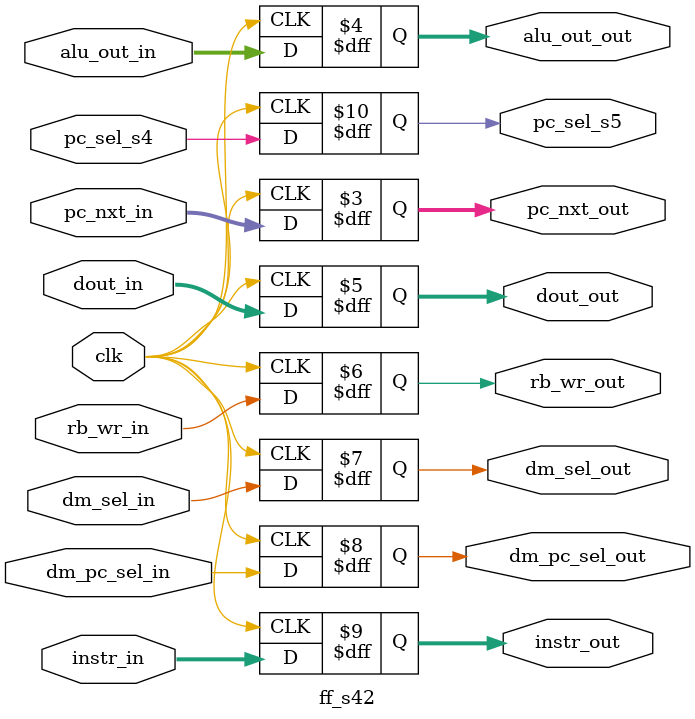
<source format=v>
`timescale 1ns / 1ps

//rb_wr_s4,dm_sel_s4,dm_pc_sel_s4,instr_s4
module ff_s42(input clk,input[31:0] pc_nxt_in,input[31:0] alu_out_in,input[31:0] dout_in,input rb_wr_in,input dm_sel_in,input dm_pc_sel_in,input[31:0]instr_in,input pc_sel_s4,
                output reg[31:0] pc_nxt_out,output reg[31:0] alu_out_out,output reg[31:0] dout_out, output reg rb_wr_out,output reg dm_sel_out,output reg dm_pc_sel_out,output reg[31:0] instr_out,output reg pc_sel_s5=0

    );
    always@(posedge clk)
    begin
    pc_nxt_out=pc_nxt_in;
    alu_out_out=alu_out_in;
    dout_out=dout_in;
    rb_wr_out=rb_wr_in;
    dm_sel_out=dm_sel_in;
    dm_pc_sel_out=dm_pc_sel_in;
    instr_out=instr_in;
    pc_sel_s5=pc_sel_s4;
    end
endmodule

</source>
